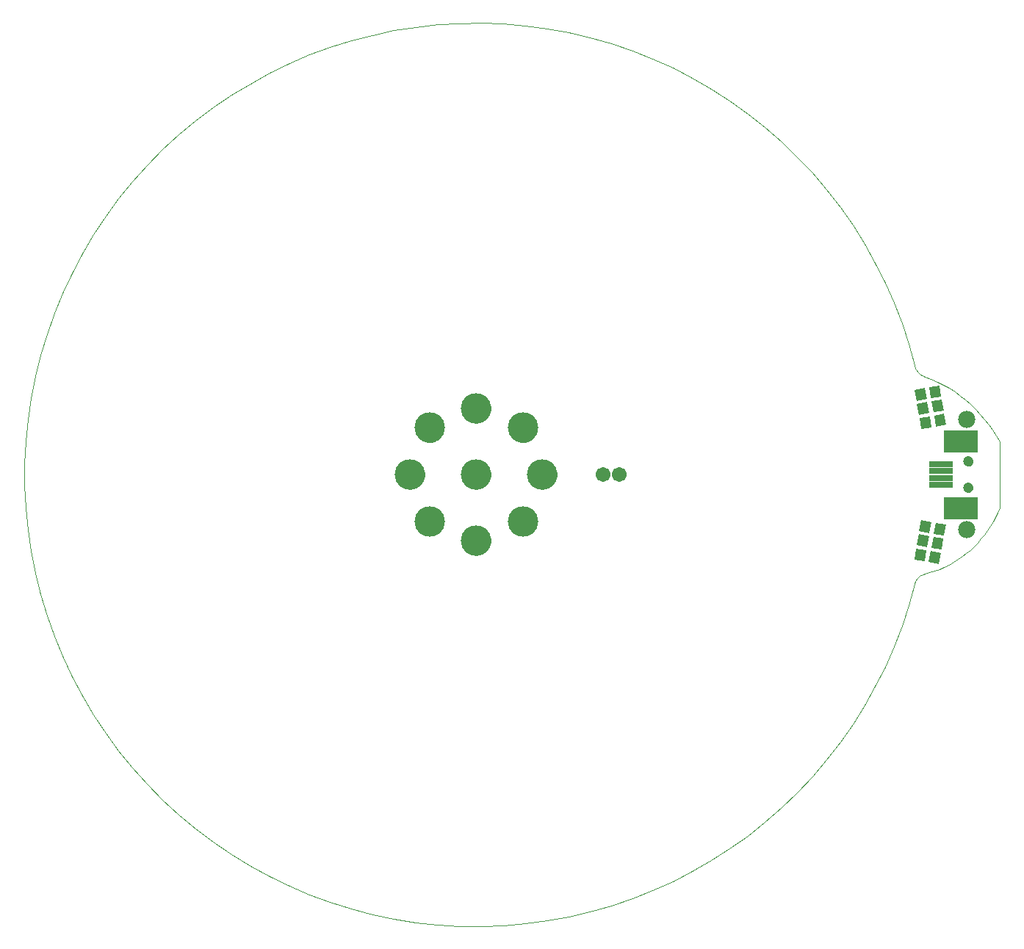
<source format=gts>
G75*
G70*
%OFA0B0*%
%FSLAX24Y24*%
%IPPOS*%
%LPD*%
%AMOC8*
5,1,8,0,0,1.08239X$1,22.5*
%
%ADD10C,0.0010*%
%ADD11C,0.0000*%
%ADD12C,0.1379*%
%ADD13R,0.1576X0.0986*%
%ADD14R,0.1064X0.0297*%
%ADD15C,0.0474*%
%ADD16R,0.0474X0.0513*%
%ADD17C,0.0780*%
%ADD18C,0.0671*%
D10*
X040496Y015646D02*
X040231Y014683D01*
X039920Y013735D01*
X039562Y012803D01*
X039160Y011890D01*
X038714Y010997D01*
X038225Y010127D01*
X037694Y009282D01*
X037122Y008463D01*
X036512Y007674D01*
X035864Y006915D01*
X035179Y006188D01*
X034460Y005496D01*
X033708Y004839D01*
X032925Y004220D01*
X032113Y003640D01*
X031274Y003100D01*
X030409Y002601D01*
X029521Y002146D01*
X028612Y001733D01*
X027684Y001366D01*
X026739Y001044D01*
X025780Y000769D01*
X024808Y000541D01*
X023827Y000360D01*
X022838Y000227D01*
X021843Y000142D01*
X020846Y000106D01*
X019847Y000119D01*
X018851Y000180D01*
X017859Y000290D01*
X016874Y000447D01*
X015897Y000653D01*
X014931Y000906D01*
X013979Y001205D01*
X013043Y001551D01*
X012124Y001941D01*
X011226Y002376D01*
X010350Y002854D01*
X009498Y003375D01*
X008672Y003936D01*
X007875Y004536D01*
X007108Y005175D01*
X006373Y005850D01*
X005672Y006560D01*
X005006Y007304D01*
X004377Y008079D01*
X003787Y008884D01*
X003236Y009716D01*
X002727Y010574D01*
X002260Y011457D01*
X001836Y012360D01*
X001457Y013284D01*
X001123Y014224D01*
X000836Y015180D01*
X000595Y016149D01*
X000402Y017128D01*
X000257Y018116D01*
X000160Y019109D01*
X000111Y020106D01*
X000111Y021104D01*
X000160Y022101D01*
X000257Y023094D01*
X000402Y024082D01*
X000595Y025061D01*
X000836Y026030D01*
X001123Y026986D01*
X001457Y027926D01*
X001836Y028850D01*
X002260Y029753D01*
X002727Y030636D01*
X003236Y031494D01*
X003787Y032326D01*
X004377Y033131D01*
X005006Y033906D01*
X005672Y034650D01*
X006373Y035360D01*
X007108Y036035D01*
X007875Y036674D01*
X008672Y037274D01*
X009498Y037835D01*
X010350Y038356D01*
X011226Y038834D01*
X012124Y039269D01*
X013043Y039659D01*
X013979Y040005D01*
X014931Y040304D01*
X015897Y040557D01*
X016874Y040763D01*
X017859Y040920D01*
X018851Y041030D01*
X019847Y041091D01*
X020846Y041104D01*
X021843Y041068D01*
X022838Y040983D01*
X023827Y040850D01*
X024808Y040669D01*
X025780Y040441D01*
X026739Y040166D01*
X027684Y039844D01*
X028612Y039477D01*
X029521Y039064D01*
X030409Y038609D01*
X031274Y038110D01*
X032113Y037570D01*
X032925Y036990D01*
X033708Y036371D01*
X034460Y035714D01*
X035179Y035022D01*
X035864Y034295D01*
X036512Y033536D01*
X037122Y032747D01*
X037694Y031928D01*
X038225Y031083D01*
X038714Y030213D01*
X039160Y029320D01*
X039562Y028407D01*
X039920Y027475D01*
X040231Y026527D01*
X040496Y025564D01*
X040510Y025515D01*
X040527Y025467D01*
X040548Y025421D01*
X040572Y025376D01*
X040599Y025333D01*
X040629Y025291D01*
X040662Y025252D01*
X040697Y025216D01*
X040735Y025182D01*
X040775Y025150D01*
X040817Y025122D01*
X040862Y025096D01*
X040907Y025074D01*
X040955Y025055D01*
X044355Y022105D02*
X044355Y019105D01*
X040955Y016105D02*
X040908Y016091D01*
X040862Y016074D01*
X040818Y016054D01*
X040776Y016030D01*
X040736Y016002D01*
X040697Y015972D01*
X040662Y015939D01*
X040629Y015903D01*
X040598Y015865D01*
X040571Y015825D01*
X040547Y015782D01*
X040527Y015738D01*
X040509Y015692D01*
X040496Y015646D01*
X044355Y022105D02*
X044204Y022372D01*
X044040Y022632D01*
X043864Y022883D01*
X043676Y023125D01*
X043476Y023358D01*
X043265Y023581D01*
X043043Y023793D01*
X042811Y023994D01*
X042570Y024183D01*
X042319Y024361D01*
X042061Y024526D01*
X041794Y024678D01*
X041521Y024818D01*
X041241Y024943D01*
X040955Y025055D01*
X044355Y019105D02*
X044265Y018887D01*
X044164Y018674D01*
X044053Y018467D01*
X043932Y018264D01*
X043802Y018068D01*
X043663Y017878D01*
X043515Y017695D01*
X043358Y017519D01*
X043193Y017351D01*
X043020Y017191D01*
X042840Y017039D01*
X042652Y016896D01*
X042459Y016763D01*
X042258Y016638D01*
X042053Y016524D01*
X041842Y016419D01*
X041626Y016325D01*
X041406Y016241D01*
X041182Y016167D01*
X040955Y016105D01*
D11*
X042741Y020014D02*
X042743Y020041D01*
X042749Y020068D01*
X042758Y020094D01*
X042771Y020118D01*
X042787Y020141D01*
X042806Y020160D01*
X042828Y020177D01*
X042852Y020191D01*
X042877Y020201D01*
X042904Y020208D01*
X042931Y020211D01*
X042959Y020210D01*
X042986Y020205D01*
X043012Y020197D01*
X043036Y020185D01*
X043059Y020169D01*
X043080Y020151D01*
X043097Y020130D01*
X043112Y020106D01*
X043123Y020081D01*
X043131Y020055D01*
X043135Y020028D01*
X043135Y020000D01*
X043131Y019973D01*
X043123Y019947D01*
X043112Y019922D01*
X043097Y019898D01*
X043080Y019877D01*
X043059Y019859D01*
X043037Y019843D01*
X043012Y019831D01*
X042986Y019823D01*
X042959Y019818D01*
X042931Y019817D01*
X042904Y019820D01*
X042877Y019827D01*
X042852Y019837D01*
X042828Y019851D01*
X042806Y019868D01*
X042787Y019887D01*
X042771Y019910D01*
X042758Y019934D01*
X042749Y019960D01*
X042743Y019987D01*
X042741Y020014D01*
X042741Y021196D02*
X042743Y021223D01*
X042749Y021250D01*
X042758Y021276D01*
X042771Y021300D01*
X042787Y021323D01*
X042806Y021342D01*
X042828Y021359D01*
X042852Y021373D01*
X042877Y021383D01*
X042904Y021390D01*
X042931Y021393D01*
X042959Y021392D01*
X042986Y021387D01*
X043012Y021379D01*
X043036Y021367D01*
X043059Y021351D01*
X043080Y021333D01*
X043097Y021312D01*
X043112Y021288D01*
X043123Y021263D01*
X043131Y021237D01*
X043135Y021210D01*
X043135Y021182D01*
X043131Y021155D01*
X043123Y021129D01*
X043112Y021104D01*
X043097Y021080D01*
X043080Y021059D01*
X043059Y021041D01*
X043037Y021025D01*
X043012Y021013D01*
X042986Y021005D01*
X042959Y021000D01*
X042931Y020999D01*
X042904Y021002D01*
X042877Y021009D01*
X042852Y021019D01*
X042828Y021033D01*
X042806Y021050D01*
X042787Y021069D01*
X042771Y021092D01*
X042758Y021116D01*
X042749Y021142D01*
X042743Y021169D01*
X042741Y021196D01*
X022955Y020605D02*
X022957Y020655D01*
X022963Y020705D01*
X022973Y020755D01*
X022986Y020803D01*
X023003Y020851D01*
X023024Y020897D01*
X023048Y020941D01*
X023076Y020983D01*
X023107Y021023D01*
X023141Y021060D01*
X023178Y021095D01*
X023217Y021126D01*
X023258Y021155D01*
X023302Y021180D01*
X023348Y021202D01*
X023395Y021220D01*
X023443Y021234D01*
X023492Y021245D01*
X023542Y021252D01*
X023592Y021255D01*
X023643Y021254D01*
X023693Y021249D01*
X023743Y021240D01*
X023791Y021228D01*
X023839Y021211D01*
X023885Y021191D01*
X023930Y021168D01*
X023973Y021141D01*
X024013Y021111D01*
X024051Y021078D01*
X024086Y021042D01*
X024119Y021003D01*
X024148Y020962D01*
X024174Y020919D01*
X024197Y020874D01*
X024216Y020827D01*
X024231Y020779D01*
X024243Y020730D01*
X024251Y020680D01*
X024255Y020630D01*
X024255Y020580D01*
X024251Y020530D01*
X024243Y020480D01*
X024231Y020431D01*
X024216Y020383D01*
X024197Y020336D01*
X024174Y020291D01*
X024148Y020248D01*
X024119Y020207D01*
X024086Y020168D01*
X024051Y020132D01*
X024013Y020099D01*
X023973Y020069D01*
X023930Y020042D01*
X023885Y020019D01*
X023839Y019999D01*
X023791Y019982D01*
X023743Y019970D01*
X023693Y019961D01*
X023643Y019956D01*
X023592Y019955D01*
X023542Y019958D01*
X023492Y019965D01*
X023443Y019976D01*
X023395Y019990D01*
X023348Y020008D01*
X023302Y020030D01*
X023258Y020055D01*
X023217Y020084D01*
X023178Y020115D01*
X023141Y020150D01*
X023107Y020187D01*
X023076Y020227D01*
X023048Y020269D01*
X023024Y020313D01*
X023003Y020359D01*
X022986Y020407D01*
X022973Y020455D01*
X022963Y020505D01*
X022957Y020555D01*
X022955Y020605D01*
X022076Y022726D02*
X022078Y022776D01*
X022084Y022826D01*
X022094Y022876D01*
X022107Y022924D01*
X022124Y022972D01*
X022145Y023018D01*
X022169Y023062D01*
X022197Y023104D01*
X022228Y023144D01*
X022262Y023181D01*
X022299Y023216D01*
X022338Y023247D01*
X022379Y023276D01*
X022423Y023301D01*
X022469Y023323D01*
X022516Y023341D01*
X022564Y023355D01*
X022613Y023366D01*
X022663Y023373D01*
X022713Y023376D01*
X022764Y023375D01*
X022814Y023370D01*
X022864Y023361D01*
X022912Y023349D01*
X022960Y023332D01*
X023006Y023312D01*
X023051Y023289D01*
X023094Y023262D01*
X023134Y023232D01*
X023172Y023199D01*
X023207Y023163D01*
X023240Y023124D01*
X023269Y023083D01*
X023295Y023040D01*
X023318Y022995D01*
X023337Y022948D01*
X023352Y022900D01*
X023364Y022851D01*
X023372Y022801D01*
X023376Y022751D01*
X023376Y022701D01*
X023372Y022651D01*
X023364Y022601D01*
X023352Y022552D01*
X023337Y022504D01*
X023318Y022457D01*
X023295Y022412D01*
X023269Y022369D01*
X023240Y022328D01*
X023207Y022289D01*
X023172Y022253D01*
X023134Y022220D01*
X023094Y022190D01*
X023051Y022163D01*
X023006Y022140D01*
X022960Y022120D01*
X022912Y022103D01*
X022864Y022091D01*
X022814Y022082D01*
X022764Y022077D01*
X022713Y022076D01*
X022663Y022079D01*
X022613Y022086D01*
X022564Y022097D01*
X022516Y022111D01*
X022469Y022129D01*
X022423Y022151D01*
X022379Y022176D01*
X022338Y022205D01*
X022299Y022236D01*
X022262Y022271D01*
X022228Y022308D01*
X022197Y022348D01*
X022169Y022390D01*
X022145Y022434D01*
X022124Y022480D01*
X022107Y022528D01*
X022094Y022576D01*
X022084Y022626D01*
X022078Y022676D01*
X022076Y022726D01*
X019955Y023605D02*
X019957Y023655D01*
X019963Y023705D01*
X019973Y023755D01*
X019986Y023803D01*
X020003Y023851D01*
X020024Y023897D01*
X020048Y023941D01*
X020076Y023983D01*
X020107Y024023D01*
X020141Y024060D01*
X020178Y024095D01*
X020217Y024126D01*
X020258Y024155D01*
X020302Y024180D01*
X020348Y024202D01*
X020395Y024220D01*
X020443Y024234D01*
X020492Y024245D01*
X020542Y024252D01*
X020592Y024255D01*
X020643Y024254D01*
X020693Y024249D01*
X020743Y024240D01*
X020791Y024228D01*
X020839Y024211D01*
X020885Y024191D01*
X020930Y024168D01*
X020973Y024141D01*
X021013Y024111D01*
X021051Y024078D01*
X021086Y024042D01*
X021119Y024003D01*
X021148Y023962D01*
X021174Y023919D01*
X021197Y023874D01*
X021216Y023827D01*
X021231Y023779D01*
X021243Y023730D01*
X021251Y023680D01*
X021255Y023630D01*
X021255Y023580D01*
X021251Y023530D01*
X021243Y023480D01*
X021231Y023431D01*
X021216Y023383D01*
X021197Y023336D01*
X021174Y023291D01*
X021148Y023248D01*
X021119Y023207D01*
X021086Y023168D01*
X021051Y023132D01*
X021013Y023099D01*
X020973Y023069D01*
X020930Y023042D01*
X020885Y023019D01*
X020839Y022999D01*
X020791Y022982D01*
X020743Y022970D01*
X020693Y022961D01*
X020643Y022956D01*
X020592Y022955D01*
X020542Y022958D01*
X020492Y022965D01*
X020443Y022976D01*
X020395Y022990D01*
X020348Y023008D01*
X020302Y023030D01*
X020258Y023055D01*
X020217Y023084D01*
X020178Y023115D01*
X020141Y023150D01*
X020107Y023187D01*
X020076Y023227D01*
X020048Y023269D01*
X020024Y023313D01*
X020003Y023359D01*
X019986Y023407D01*
X019973Y023455D01*
X019963Y023505D01*
X019957Y023555D01*
X019955Y023605D01*
X017834Y022726D02*
X017836Y022776D01*
X017842Y022826D01*
X017852Y022876D01*
X017865Y022924D01*
X017882Y022972D01*
X017903Y023018D01*
X017927Y023062D01*
X017955Y023104D01*
X017986Y023144D01*
X018020Y023181D01*
X018057Y023216D01*
X018096Y023247D01*
X018137Y023276D01*
X018181Y023301D01*
X018227Y023323D01*
X018274Y023341D01*
X018322Y023355D01*
X018371Y023366D01*
X018421Y023373D01*
X018471Y023376D01*
X018522Y023375D01*
X018572Y023370D01*
X018622Y023361D01*
X018670Y023349D01*
X018718Y023332D01*
X018764Y023312D01*
X018809Y023289D01*
X018852Y023262D01*
X018892Y023232D01*
X018930Y023199D01*
X018965Y023163D01*
X018998Y023124D01*
X019027Y023083D01*
X019053Y023040D01*
X019076Y022995D01*
X019095Y022948D01*
X019110Y022900D01*
X019122Y022851D01*
X019130Y022801D01*
X019134Y022751D01*
X019134Y022701D01*
X019130Y022651D01*
X019122Y022601D01*
X019110Y022552D01*
X019095Y022504D01*
X019076Y022457D01*
X019053Y022412D01*
X019027Y022369D01*
X018998Y022328D01*
X018965Y022289D01*
X018930Y022253D01*
X018892Y022220D01*
X018852Y022190D01*
X018809Y022163D01*
X018764Y022140D01*
X018718Y022120D01*
X018670Y022103D01*
X018622Y022091D01*
X018572Y022082D01*
X018522Y022077D01*
X018471Y022076D01*
X018421Y022079D01*
X018371Y022086D01*
X018322Y022097D01*
X018274Y022111D01*
X018227Y022129D01*
X018181Y022151D01*
X018137Y022176D01*
X018096Y022205D01*
X018057Y022236D01*
X018020Y022271D01*
X017986Y022308D01*
X017955Y022348D01*
X017927Y022390D01*
X017903Y022434D01*
X017882Y022480D01*
X017865Y022528D01*
X017852Y022576D01*
X017842Y022626D01*
X017836Y022676D01*
X017834Y022726D01*
X016955Y020605D02*
X016957Y020655D01*
X016963Y020705D01*
X016973Y020755D01*
X016986Y020803D01*
X017003Y020851D01*
X017024Y020897D01*
X017048Y020941D01*
X017076Y020983D01*
X017107Y021023D01*
X017141Y021060D01*
X017178Y021095D01*
X017217Y021126D01*
X017258Y021155D01*
X017302Y021180D01*
X017348Y021202D01*
X017395Y021220D01*
X017443Y021234D01*
X017492Y021245D01*
X017542Y021252D01*
X017592Y021255D01*
X017643Y021254D01*
X017693Y021249D01*
X017743Y021240D01*
X017791Y021228D01*
X017839Y021211D01*
X017885Y021191D01*
X017930Y021168D01*
X017973Y021141D01*
X018013Y021111D01*
X018051Y021078D01*
X018086Y021042D01*
X018119Y021003D01*
X018148Y020962D01*
X018174Y020919D01*
X018197Y020874D01*
X018216Y020827D01*
X018231Y020779D01*
X018243Y020730D01*
X018251Y020680D01*
X018255Y020630D01*
X018255Y020580D01*
X018251Y020530D01*
X018243Y020480D01*
X018231Y020431D01*
X018216Y020383D01*
X018197Y020336D01*
X018174Y020291D01*
X018148Y020248D01*
X018119Y020207D01*
X018086Y020168D01*
X018051Y020132D01*
X018013Y020099D01*
X017973Y020069D01*
X017930Y020042D01*
X017885Y020019D01*
X017839Y019999D01*
X017791Y019982D01*
X017743Y019970D01*
X017693Y019961D01*
X017643Y019956D01*
X017592Y019955D01*
X017542Y019958D01*
X017492Y019965D01*
X017443Y019976D01*
X017395Y019990D01*
X017348Y020008D01*
X017302Y020030D01*
X017258Y020055D01*
X017217Y020084D01*
X017178Y020115D01*
X017141Y020150D01*
X017107Y020187D01*
X017076Y020227D01*
X017048Y020269D01*
X017024Y020313D01*
X017003Y020359D01*
X016986Y020407D01*
X016973Y020455D01*
X016963Y020505D01*
X016957Y020555D01*
X016955Y020605D01*
X017834Y018484D02*
X017836Y018534D01*
X017842Y018584D01*
X017852Y018634D01*
X017865Y018682D01*
X017882Y018730D01*
X017903Y018776D01*
X017927Y018820D01*
X017955Y018862D01*
X017986Y018902D01*
X018020Y018939D01*
X018057Y018974D01*
X018096Y019005D01*
X018137Y019034D01*
X018181Y019059D01*
X018227Y019081D01*
X018274Y019099D01*
X018322Y019113D01*
X018371Y019124D01*
X018421Y019131D01*
X018471Y019134D01*
X018522Y019133D01*
X018572Y019128D01*
X018622Y019119D01*
X018670Y019107D01*
X018718Y019090D01*
X018764Y019070D01*
X018809Y019047D01*
X018852Y019020D01*
X018892Y018990D01*
X018930Y018957D01*
X018965Y018921D01*
X018998Y018882D01*
X019027Y018841D01*
X019053Y018798D01*
X019076Y018753D01*
X019095Y018706D01*
X019110Y018658D01*
X019122Y018609D01*
X019130Y018559D01*
X019134Y018509D01*
X019134Y018459D01*
X019130Y018409D01*
X019122Y018359D01*
X019110Y018310D01*
X019095Y018262D01*
X019076Y018215D01*
X019053Y018170D01*
X019027Y018127D01*
X018998Y018086D01*
X018965Y018047D01*
X018930Y018011D01*
X018892Y017978D01*
X018852Y017948D01*
X018809Y017921D01*
X018764Y017898D01*
X018718Y017878D01*
X018670Y017861D01*
X018622Y017849D01*
X018572Y017840D01*
X018522Y017835D01*
X018471Y017834D01*
X018421Y017837D01*
X018371Y017844D01*
X018322Y017855D01*
X018274Y017869D01*
X018227Y017887D01*
X018181Y017909D01*
X018137Y017934D01*
X018096Y017963D01*
X018057Y017994D01*
X018020Y018029D01*
X017986Y018066D01*
X017955Y018106D01*
X017927Y018148D01*
X017903Y018192D01*
X017882Y018238D01*
X017865Y018286D01*
X017852Y018334D01*
X017842Y018384D01*
X017836Y018434D01*
X017834Y018484D01*
X019955Y017605D02*
X019957Y017655D01*
X019963Y017705D01*
X019973Y017755D01*
X019986Y017803D01*
X020003Y017851D01*
X020024Y017897D01*
X020048Y017941D01*
X020076Y017983D01*
X020107Y018023D01*
X020141Y018060D01*
X020178Y018095D01*
X020217Y018126D01*
X020258Y018155D01*
X020302Y018180D01*
X020348Y018202D01*
X020395Y018220D01*
X020443Y018234D01*
X020492Y018245D01*
X020542Y018252D01*
X020592Y018255D01*
X020643Y018254D01*
X020693Y018249D01*
X020743Y018240D01*
X020791Y018228D01*
X020839Y018211D01*
X020885Y018191D01*
X020930Y018168D01*
X020973Y018141D01*
X021013Y018111D01*
X021051Y018078D01*
X021086Y018042D01*
X021119Y018003D01*
X021148Y017962D01*
X021174Y017919D01*
X021197Y017874D01*
X021216Y017827D01*
X021231Y017779D01*
X021243Y017730D01*
X021251Y017680D01*
X021255Y017630D01*
X021255Y017580D01*
X021251Y017530D01*
X021243Y017480D01*
X021231Y017431D01*
X021216Y017383D01*
X021197Y017336D01*
X021174Y017291D01*
X021148Y017248D01*
X021119Y017207D01*
X021086Y017168D01*
X021051Y017132D01*
X021013Y017099D01*
X020973Y017069D01*
X020930Y017042D01*
X020885Y017019D01*
X020839Y016999D01*
X020791Y016982D01*
X020743Y016970D01*
X020693Y016961D01*
X020643Y016956D01*
X020592Y016955D01*
X020542Y016958D01*
X020492Y016965D01*
X020443Y016976D01*
X020395Y016990D01*
X020348Y017008D01*
X020302Y017030D01*
X020258Y017055D01*
X020217Y017084D01*
X020178Y017115D01*
X020141Y017150D01*
X020107Y017187D01*
X020076Y017227D01*
X020048Y017269D01*
X020024Y017313D01*
X020003Y017359D01*
X019986Y017407D01*
X019973Y017455D01*
X019963Y017505D01*
X019957Y017555D01*
X019955Y017605D01*
X022076Y018484D02*
X022078Y018534D01*
X022084Y018584D01*
X022094Y018634D01*
X022107Y018682D01*
X022124Y018730D01*
X022145Y018776D01*
X022169Y018820D01*
X022197Y018862D01*
X022228Y018902D01*
X022262Y018939D01*
X022299Y018974D01*
X022338Y019005D01*
X022379Y019034D01*
X022423Y019059D01*
X022469Y019081D01*
X022516Y019099D01*
X022564Y019113D01*
X022613Y019124D01*
X022663Y019131D01*
X022713Y019134D01*
X022764Y019133D01*
X022814Y019128D01*
X022864Y019119D01*
X022912Y019107D01*
X022960Y019090D01*
X023006Y019070D01*
X023051Y019047D01*
X023094Y019020D01*
X023134Y018990D01*
X023172Y018957D01*
X023207Y018921D01*
X023240Y018882D01*
X023269Y018841D01*
X023295Y018798D01*
X023318Y018753D01*
X023337Y018706D01*
X023352Y018658D01*
X023364Y018609D01*
X023372Y018559D01*
X023376Y018509D01*
X023376Y018459D01*
X023372Y018409D01*
X023364Y018359D01*
X023352Y018310D01*
X023337Y018262D01*
X023318Y018215D01*
X023295Y018170D01*
X023269Y018127D01*
X023240Y018086D01*
X023207Y018047D01*
X023172Y018011D01*
X023134Y017978D01*
X023094Y017948D01*
X023051Y017921D01*
X023006Y017898D01*
X022960Y017878D01*
X022912Y017861D01*
X022864Y017849D01*
X022814Y017840D01*
X022764Y017835D01*
X022713Y017834D01*
X022663Y017837D01*
X022613Y017844D01*
X022564Y017855D01*
X022516Y017869D01*
X022469Y017887D01*
X022423Y017909D01*
X022379Y017934D01*
X022338Y017963D01*
X022299Y017994D01*
X022262Y018029D01*
X022228Y018066D01*
X022197Y018106D01*
X022169Y018148D01*
X022145Y018192D01*
X022124Y018238D01*
X022107Y018286D01*
X022094Y018334D01*
X022084Y018384D01*
X022078Y018434D01*
X022076Y018484D01*
X019955Y020605D02*
X019957Y020655D01*
X019963Y020705D01*
X019973Y020755D01*
X019986Y020803D01*
X020003Y020851D01*
X020024Y020897D01*
X020048Y020941D01*
X020076Y020983D01*
X020107Y021023D01*
X020141Y021060D01*
X020178Y021095D01*
X020217Y021126D01*
X020258Y021155D01*
X020302Y021180D01*
X020348Y021202D01*
X020395Y021220D01*
X020443Y021234D01*
X020492Y021245D01*
X020542Y021252D01*
X020592Y021255D01*
X020643Y021254D01*
X020693Y021249D01*
X020743Y021240D01*
X020791Y021228D01*
X020839Y021211D01*
X020885Y021191D01*
X020930Y021168D01*
X020973Y021141D01*
X021013Y021111D01*
X021051Y021078D01*
X021086Y021042D01*
X021119Y021003D01*
X021148Y020962D01*
X021174Y020919D01*
X021197Y020874D01*
X021216Y020827D01*
X021231Y020779D01*
X021243Y020730D01*
X021251Y020680D01*
X021255Y020630D01*
X021255Y020580D01*
X021251Y020530D01*
X021243Y020480D01*
X021231Y020431D01*
X021216Y020383D01*
X021197Y020336D01*
X021174Y020291D01*
X021148Y020248D01*
X021119Y020207D01*
X021086Y020168D01*
X021051Y020132D01*
X021013Y020099D01*
X020973Y020069D01*
X020930Y020042D01*
X020885Y020019D01*
X020839Y019999D01*
X020791Y019982D01*
X020743Y019970D01*
X020693Y019961D01*
X020643Y019956D01*
X020592Y019955D01*
X020542Y019958D01*
X020492Y019965D01*
X020443Y019976D01*
X020395Y019990D01*
X020348Y020008D01*
X020302Y020030D01*
X020258Y020055D01*
X020217Y020084D01*
X020178Y020115D01*
X020141Y020150D01*
X020107Y020187D01*
X020076Y020227D01*
X020048Y020269D01*
X020024Y020313D01*
X020003Y020359D01*
X019986Y020407D01*
X019973Y020455D01*
X019963Y020505D01*
X019957Y020555D01*
X019955Y020605D01*
D12*
X018484Y018484D03*
X020605Y017605D03*
X022726Y018484D03*
X023605Y020605D03*
X022726Y022726D03*
X020605Y023605D03*
X018484Y022726D03*
X017605Y020605D03*
X020605Y020605D03*
D13*
X042603Y019089D03*
X042603Y022121D03*
D14*
X041698Y021077D03*
X041698Y020762D03*
X041698Y020448D03*
X041698Y020133D03*
D15*
X042938Y020014D03*
X042938Y021196D03*
D16*
G36*
X040724Y023174D02*
X041189Y023257D01*
X041278Y022754D01*
X040813Y022671D01*
X040724Y023174D01*
G37*
G36*
X040611Y023814D02*
X041076Y023897D01*
X041165Y023394D01*
X040700Y023311D01*
X040611Y023814D01*
G37*
G36*
X040498Y024454D02*
X040963Y024537D01*
X041052Y024034D01*
X040587Y023951D01*
X040498Y024454D01*
G37*
G36*
X041157Y024571D02*
X041622Y024654D01*
X041711Y024151D01*
X041246Y024068D01*
X041157Y024571D01*
G37*
G36*
X041270Y023930D02*
X041735Y024013D01*
X041824Y023510D01*
X041359Y023427D01*
X041270Y023930D01*
G37*
G36*
X041383Y023290D02*
X041848Y023373D01*
X041937Y022870D01*
X041472Y022787D01*
X041383Y023290D01*
G37*
G36*
X040804Y018537D02*
X041269Y018454D01*
X041180Y017951D01*
X040715Y018034D01*
X040804Y018537D01*
G37*
G36*
X040692Y017897D02*
X041157Y017814D01*
X041068Y017311D01*
X040603Y017394D01*
X040692Y017897D01*
G37*
G36*
X040579Y017257D02*
X041044Y017174D01*
X040955Y016671D01*
X040490Y016754D01*
X040579Y017257D01*
G37*
G36*
X041238Y017141D02*
X041703Y017058D01*
X041614Y016555D01*
X041149Y016638D01*
X041238Y017141D01*
G37*
G36*
X041351Y017781D02*
X041816Y017698D01*
X041727Y017195D01*
X041262Y017278D01*
X041351Y017781D01*
G37*
G36*
X041464Y018421D02*
X041929Y018338D01*
X041840Y017835D01*
X041375Y017918D01*
X041464Y018421D01*
G37*
D17*
X042855Y018105D03*
X042855Y023105D03*
D18*
X027105Y020605D03*
X026355Y020605D03*
M02*

</source>
